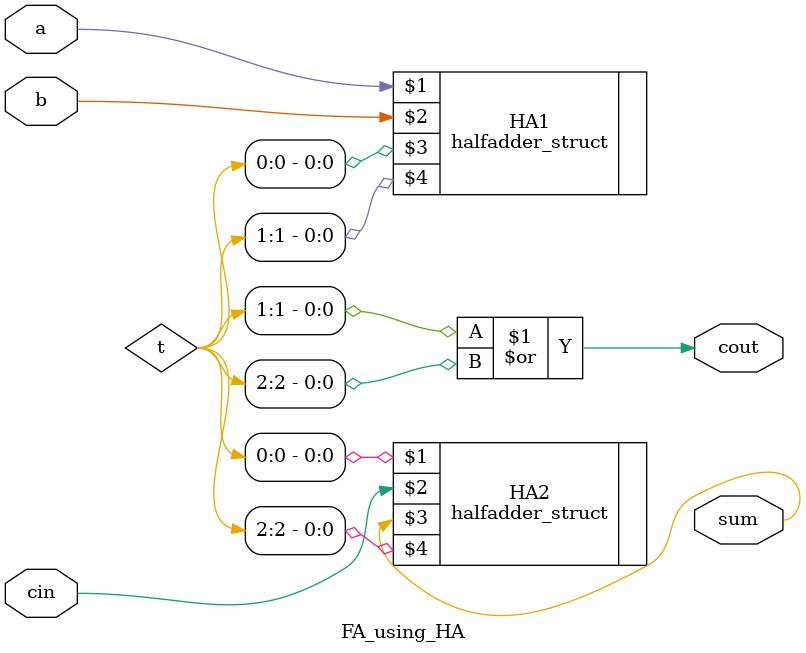
<source format=v>

module FA_using_HA(input a,b,cin ,output sum,cout);
  wire [2:0]t;

  halfadder_struct HA1(a,b,t[0],t[1]);
  halfadder_struct HA2(t[0],cin,sum,t[2]);
  
  or G1(cout,t[1],t[2]);
  
endmodule
</source>
